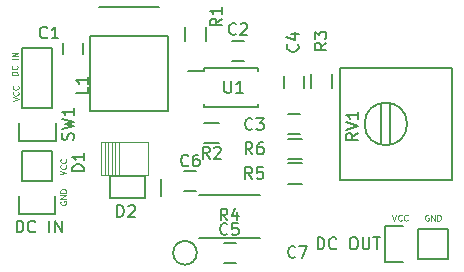
<source format=gto>
G04 #@! TF.FileFunction,Legend,Top*
%FSLAX46Y46*%
G04 Gerber Fmt 4.6, Leading zero omitted, Abs format (unit mm)*
G04 Created by KiCad (PCBNEW 4.0.1-stable) date Tisdag 22 Mars 2016 22:05:33*
%MOMM*%
G01*
G04 APERTURE LIST*
%ADD10C,0.100000*%
%ADD11C,0.150000*%
%ADD12C,0.001000*%
G04 APERTURE END LIST*
D10*
X195519047Y-123700000D02*
X195471428Y-123676190D01*
X195400000Y-123676190D01*
X195328571Y-123700000D01*
X195280952Y-123747619D01*
X195257143Y-123795238D01*
X195233333Y-123890476D01*
X195233333Y-123961905D01*
X195257143Y-124057143D01*
X195280952Y-124104762D01*
X195328571Y-124152381D01*
X195400000Y-124176190D01*
X195447619Y-124176190D01*
X195519047Y-124152381D01*
X195542857Y-124128571D01*
X195542857Y-123961905D01*
X195447619Y-123961905D01*
X195757143Y-124176190D02*
X195757143Y-123676190D01*
X196042857Y-124176190D01*
X196042857Y-123676190D01*
X196280953Y-124176190D02*
X196280953Y-123676190D01*
X196400000Y-123676190D01*
X196471429Y-123700000D01*
X196519048Y-123747619D01*
X196542857Y-123795238D01*
X196566667Y-123890476D01*
X196566667Y-123961905D01*
X196542857Y-124057143D01*
X196519048Y-124104762D01*
X196471429Y-124152381D01*
X196400000Y-124176190D01*
X196280953Y-124176190D01*
X192458334Y-123676190D02*
X192625001Y-124176190D01*
X192791667Y-123676190D01*
X193244048Y-124128571D02*
X193220238Y-124152381D01*
X193148810Y-124176190D01*
X193101191Y-124176190D01*
X193029762Y-124152381D01*
X192982143Y-124104762D01*
X192958334Y-124057143D01*
X192934524Y-123961905D01*
X192934524Y-123890476D01*
X192958334Y-123795238D01*
X192982143Y-123747619D01*
X193029762Y-123700000D01*
X193101191Y-123676190D01*
X193148810Y-123676190D01*
X193220238Y-123700000D01*
X193244048Y-123723810D01*
X193744048Y-124128571D02*
X193720238Y-124152381D01*
X193648810Y-124176190D01*
X193601191Y-124176190D01*
X193529762Y-124152381D01*
X193482143Y-124104762D01*
X193458334Y-124057143D01*
X193434524Y-123961905D01*
X193434524Y-123890476D01*
X193458334Y-123795238D01*
X193482143Y-123747619D01*
X193529762Y-123700000D01*
X193601191Y-123676190D01*
X193648810Y-123676190D01*
X193720238Y-123700000D01*
X193744048Y-123723810D01*
X164375000Y-122555953D02*
X164351190Y-122603572D01*
X164351190Y-122675000D01*
X164375000Y-122746429D01*
X164422619Y-122794048D01*
X164470238Y-122817857D01*
X164565476Y-122841667D01*
X164636905Y-122841667D01*
X164732143Y-122817857D01*
X164779762Y-122794048D01*
X164827381Y-122746429D01*
X164851190Y-122675000D01*
X164851190Y-122627381D01*
X164827381Y-122555953D01*
X164803571Y-122532143D01*
X164636905Y-122532143D01*
X164636905Y-122627381D01*
X164851190Y-122317857D02*
X164351190Y-122317857D01*
X164851190Y-122032143D01*
X164351190Y-122032143D01*
X164851190Y-121794047D02*
X164351190Y-121794047D01*
X164351190Y-121675000D01*
X164375000Y-121603571D01*
X164422619Y-121555952D01*
X164470238Y-121532143D01*
X164565476Y-121508333D01*
X164636905Y-121508333D01*
X164732143Y-121532143D01*
X164779762Y-121555952D01*
X164827381Y-121603571D01*
X164851190Y-121675000D01*
X164851190Y-121794047D01*
X164351190Y-120266666D02*
X164851190Y-120099999D01*
X164351190Y-119933333D01*
X164803571Y-119480952D02*
X164827381Y-119504762D01*
X164851190Y-119576190D01*
X164851190Y-119623809D01*
X164827381Y-119695238D01*
X164779762Y-119742857D01*
X164732143Y-119766666D01*
X164636905Y-119790476D01*
X164565476Y-119790476D01*
X164470238Y-119766666D01*
X164422619Y-119742857D01*
X164375000Y-119695238D01*
X164351190Y-119623809D01*
X164351190Y-119576190D01*
X164375000Y-119504762D01*
X164398810Y-119480952D01*
X164803571Y-118980952D02*
X164827381Y-119004762D01*
X164851190Y-119076190D01*
X164851190Y-119123809D01*
X164827381Y-119195238D01*
X164779762Y-119242857D01*
X164732143Y-119266666D01*
X164636905Y-119290476D01*
X164565476Y-119290476D01*
X164470238Y-119266666D01*
X164422619Y-119242857D01*
X164375000Y-119195238D01*
X164351190Y-119123809D01*
X164351190Y-119076190D01*
X164375000Y-119004762D01*
X164398810Y-118980952D01*
X160726190Y-111852380D02*
X160226190Y-111852380D01*
X160226190Y-111733333D01*
X160250000Y-111661904D01*
X160297619Y-111614285D01*
X160345238Y-111590476D01*
X160440476Y-111566666D01*
X160511905Y-111566666D01*
X160607143Y-111590476D01*
X160654762Y-111614285D01*
X160702381Y-111661904D01*
X160726190Y-111733333D01*
X160726190Y-111852380D01*
X160678571Y-111066666D02*
X160702381Y-111090476D01*
X160726190Y-111161904D01*
X160726190Y-111209523D01*
X160702381Y-111280952D01*
X160654762Y-111328571D01*
X160607143Y-111352380D01*
X160511905Y-111376190D01*
X160440476Y-111376190D01*
X160345238Y-111352380D01*
X160297619Y-111328571D01*
X160250000Y-111280952D01*
X160226190Y-111209523D01*
X160226190Y-111161904D01*
X160250000Y-111090476D01*
X160273810Y-111066666D01*
X160726190Y-110471428D02*
X160226190Y-110471428D01*
X160726190Y-110233333D02*
X160226190Y-110233333D01*
X160726190Y-109947619D01*
X160226190Y-109947619D01*
X160326190Y-114066666D02*
X160826190Y-113899999D01*
X160326190Y-113733333D01*
X160778571Y-113280952D02*
X160802381Y-113304762D01*
X160826190Y-113376190D01*
X160826190Y-113423809D01*
X160802381Y-113495238D01*
X160754762Y-113542857D01*
X160707143Y-113566666D01*
X160611905Y-113590476D01*
X160540476Y-113590476D01*
X160445238Y-113566666D01*
X160397619Y-113542857D01*
X160350000Y-113495238D01*
X160326190Y-113423809D01*
X160326190Y-113376190D01*
X160350000Y-113304762D01*
X160373810Y-113280952D01*
X160778571Y-112780952D02*
X160802381Y-112804762D01*
X160826190Y-112876190D01*
X160826190Y-112923809D01*
X160802381Y-112995238D01*
X160754762Y-113042857D01*
X160707143Y-113066666D01*
X160611905Y-113090476D01*
X160540476Y-113090476D01*
X160445238Y-113066666D01*
X160397619Y-113042857D01*
X160350000Y-112995238D01*
X160326190Y-112923809D01*
X160326190Y-112876190D01*
X160350000Y-112804762D01*
X160373810Y-112780952D01*
D11*
X164550000Y-109100000D02*
X164550000Y-110100000D01*
X166250000Y-110100000D02*
X166250000Y-109100000D01*
X179900000Y-108950000D02*
X178900000Y-108950000D01*
X178900000Y-110650000D02*
X179900000Y-110650000D01*
X184625000Y-115175000D02*
X183625000Y-115175000D01*
X183625000Y-116875000D02*
X184625000Y-116875000D01*
X184975000Y-112925000D02*
X184975000Y-111925000D01*
X183275000Y-111925000D02*
X183275000Y-112925000D01*
X178225000Y-127750000D02*
X179225000Y-127750000D01*
X179225000Y-126050000D02*
X178225000Y-126050000D01*
X175850000Y-119975000D02*
X174850000Y-119975000D01*
X174850000Y-121675000D02*
X175850000Y-121675000D01*
D12*
X169299620Y-120299540D02*
X169299620Y-117500460D01*
X168999900Y-120299540D02*
X168999900Y-117500460D01*
X168100740Y-120299540D02*
X168100740Y-117500460D01*
X168400460Y-117500460D02*
X168400460Y-120299540D01*
X168700180Y-120299540D02*
X168700180Y-117500460D01*
X167801020Y-117500460D02*
X171798980Y-117500460D01*
X171798980Y-117500460D02*
X171798980Y-120299540D01*
X171798980Y-120299540D02*
X167801020Y-120299540D01*
X167801020Y-120299540D02*
X167801020Y-117500460D01*
D11*
X172900000Y-120640000D02*
X172900000Y-122130000D01*
X168550000Y-120400000D02*
X168550000Y-122300000D01*
X168550000Y-122300000D02*
X171500000Y-122300000D01*
X171500000Y-122300000D02*
X171500000Y-120400000D01*
X171500000Y-120400000D02*
X168550000Y-120400000D01*
X167640000Y-106120000D02*
X172740000Y-106120000D01*
X166900000Y-114900000D02*
X166900000Y-108540000D01*
X166900000Y-108540000D02*
X173460000Y-108540000D01*
X173460000Y-108540000D02*
X173460000Y-114900000D01*
X173460000Y-114900000D02*
X166900000Y-114900000D01*
X174925000Y-109000000D02*
X174925000Y-107800000D01*
X176675000Y-107800000D02*
X176675000Y-109000000D01*
X177750000Y-117625000D02*
X176550000Y-117625000D01*
X176550000Y-115875000D02*
X177750000Y-115875000D01*
X185575000Y-112950000D02*
X185575000Y-111750000D01*
X187325000Y-111750000D02*
X187325000Y-112950000D01*
X176050000Y-122000000D02*
X181250000Y-122000000D01*
X181250000Y-125650000D02*
X176050000Y-125650000D01*
X183625000Y-119300000D02*
X184825000Y-119300000D01*
X184825000Y-121050000D02*
X183625000Y-121050000D01*
X184825000Y-118975000D02*
X183625000Y-118975000D01*
X183625000Y-117225000D02*
X184825000Y-117225000D01*
X163670000Y-114630000D02*
X163670000Y-109550000D01*
X163670000Y-109550000D02*
X161130000Y-109550000D01*
X161130000Y-109550000D02*
X161130000Y-114630000D01*
X160850000Y-117450000D02*
X160850000Y-115900000D01*
X161130000Y-114630000D02*
X163670000Y-114630000D01*
X163950000Y-115900000D02*
X163950000Y-117450000D01*
X163950000Y-117450000D02*
X160850000Y-117450000D01*
X176475000Y-111275000D02*
X176475000Y-111475000D01*
X181125000Y-111275000D02*
X181125000Y-111475000D01*
X181125000Y-114525000D02*
X181125000Y-114325000D01*
X176475000Y-114525000D02*
X176475000Y-114325000D01*
X176475000Y-111275000D02*
X181125000Y-111275000D01*
X176475000Y-114525000D02*
X181125000Y-114525000D01*
X176475000Y-111475000D02*
X175125000Y-111475000D01*
X191520000Y-117685000D02*
X191520000Y-114285000D01*
X192280000Y-117685000D02*
X192280000Y-114285000D01*
X188010000Y-120750000D02*
X188010000Y-111220000D01*
X188010000Y-111220000D02*
X197540000Y-111220000D01*
X197540000Y-111220000D02*
X197540000Y-120750000D01*
X197540000Y-120750000D02*
X188010000Y-120750000D01*
X193701735Y-115985000D02*
G75*
G03X193701735Y-115985000I-1801735J0D01*
G01*
X175900000Y-126900000D02*
G75*
G03X175900000Y-126900000I-1000000J0D01*
G01*
X161105000Y-120780000D02*
X161105000Y-118240000D01*
X160825000Y-123600000D02*
X160825000Y-122050000D01*
X161105000Y-120780000D02*
X163645000Y-120780000D01*
X163925000Y-122050000D02*
X163925000Y-123600000D01*
X163925000Y-123600000D02*
X160825000Y-123600000D01*
X163645000Y-120780000D02*
X163645000Y-118240000D01*
X163645000Y-118240000D02*
X161105000Y-118240000D01*
X194670000Y-124880000D02*
X197210000Y-124880000D01*
X191850000Y-124600000D02*
X193400000Y-124600000D01*
X194670000Y-124880000D02*
X194670000Y-127420000D01*
X193400000Y-127700000D02*
X191850000Y-127700000D01*
X191850000Y-127700000D02*
X191850000Y-124600000D01*
X194670000Y-127420000D02*
X197210000Y-127420000D01*
X197210000Y-127420000D02*
X197210000Y-124880000D01*
X163233334Y-108657143D02*
X163185715Y-108704762D01*
X163042858Y-108752381D01*
X162947620Y-108752381D01*
X162804762Y-108704762D01*
X162709524Y-108609524D01*
X162661905Y-108514286D01*
X162614286Y-108323810D01*
X162614286Y-108180952D01*
X162661905Y-107990476D01*
X162709524Y-107895238D01*
X162804762Y-107800000D01*
X162947620Y-107752381D01*
X163042858Y-107752381D01*
X163185715Y-107800000D01*
X163233334Y-107847619D01*
X164185715Y-108752381D02*
X163614286Y-108752381D01*
X163900000Y-108752381D02*
X163900000Y-107752381D01*
X163804762Y-107895238D01*
X163709524Y-107990476D01*
X163614286Y-108038095D01*
X179233334Y-108357143D02*
X179185715Y-108404762D01*
X179042858Y-108452381D01*
X178947620Y-108452381D01*
X178804762Y-108404762D01*
X178709524Y-108309524D01*
X178661905Y-108214286D01*
X178614286Y-108023810D01*
X178614286Y-107880952D01*
X178661905Y-107690476D01*
X178709524Y-107595238D01*
X178804762Y-107500000D01*
X178947620Y-107452381D01*
X179042858Y-107452381D01*
X179185715Y-107500000D01*
X179233334Y-107547619D01*
X179614286Y-107547619D02*
X179661905Y-107500000D01*
X179757143Y-107452381D01*
X179995239Y-107452381D01*
X180090477Y-107500000D01*
X180138096Y-107547619D01*
X180185715Y-107642857D01*
X180185715Y-107738095D01*
X180138096Y-107880952D01*
X179566667Y-108452381D01*
X180185715Y-108452381D01*
X180608334Y-116407143D02*
X180560715Y-116454762D01*
X180417858Y-116502381D01*
X180322620Y-116502381D01*
X180179762Y-116454762D01*
X180084524Y-116359524D01*
X180036905Y-116264286D01*
X179989286Y-116073810D01*
X179989286Y-115930952D01*
X180036905Y-115740476D01*
X180084524Y-115645238D01*
X180179762Y-115550000D01*
X180322620Y-115502381D01*
X180417858Y-115502381D01*
X180560715Y-115550000D01*
X180608334Y-115597619D01*
X180941667Y-115502381D02*
X181560715Y-115502381D01*
X181227381Y-115883333D01*
X181370239Y-115883333D01*
X181465477Y-115930952D01*
X181513096Y-115978571D01*
X181560715Y-116073810D01*
X181560715Y-116311905D01*
X181513096Y-116407143D01*
X181465477Y-116454762D01*
X181370239Y-116502381D01*
X181084524Y-116502381D01*
X180989286Y-116454762D01*
X180941667Y-116407143D01*
X184432143Y-109241666D02*
X184479762Y-109289285D01*
X184527381Y-109432142D01*
X184527381Y-109527380D01*
X184479762Y-109670238D01*
X184384524Y-109765476D01*
X184289286Y-109813095D01*
X184098810Y-109860714D01*
X183955952Y-109860714D01*
X183765476Y-109813095D01*
X183670238Y-109765476D01*
X183575000Y-109670238D01*
X183527381Y-109527380D01*
X183527381Y-109432142D01*
X183575000Y-109289285D01*
X183622619Y-109241666D01*
X183860714Y-108384523D02*
X184527381Y-108384523D01*
X183479762Y-108622619D02*
X184194048Y-108860714D01*
X184194048Y-108241666D01*
X178483334Y-125282143D02*
X178435715Y-125329762D01*
X178292858Y-125377381D01*
X178197620Y-125377381D01*
X178054762Y-125329762D01*
X177959524Y-125234524D01*
X177911905Y-125139286D01*
X177864286Y-124948810D01*
X177864286Y-124805952D01*
X177911905Y-124615476D01*
X177959524Y-124520238D01*
X178054762Y-124425000D01*
X178197620Y-124377381D01*
X178292858Y-124377381D01*
X178435715Y-124425000D01*
X178483334Y-124472619D01*
X179388096Y-124377381D02*
X178911905Y-124377381D01*
X178864286Y-124853571D01*
X178911905Y-124805952D01*
X179007143Y-124758333D01*
X179245239Y-124758333D01*
X179340477Y-124805952D01*
X179388096Y-124853571D01*
X179435715Y-124948810D01*
X179435715Y-125186905D01*
X179388096Y-125282143D01*
X179340477Y-125329762D01*
X179245239Y-125377381D01*
X179007143Y-125377381D01*
X178911905Y-125329762D01*
X178864286Y-125282143D01*
X175183334Y-119482143D02*
X175135715Y-119529762D01*
X174992858Y-119577381D01*
X174897620Y-119577381D01*
X174754762Y-119529762D01*
X174659524Y-119434524D01*
X174611905Y-119339286D01*
X174564286Y-119148810D01*
X174564286Y-119005952D01*
X174611905Y-118815476D01*
X174659524Y-118720238D01*
X174754762Y-118625000D01*
X174897620Y-118577381D01*
X174992858Y-118577381D01*
X175135715Y-118625000D01*
X175183334Y-118672619D01*
X176040477Y-118577381D02*
X175850000Y-118577381D01*
X175754762Y-118625000D01*
X175707143Y-118672619D01*
X175611905Y-118815476D01*
X175564286Y-119005952D01*
X175564286Y-119386905D01*
X175611905Y-119482143D01*
X175659524Y-119529762D01*
X175754762Y-119577381D01*
X175945239Y-119577381D01*
X176040477Y-119529762D01*
X176088096Y-119482143D01*
X176135715Y-119386905D01*
X176135715Y-119148810D01*
X176088096Y-119053571D01*
X176040477Y-119005952D01*
X175945239Y-118958333D01*
X175754762Y-118958333D01*
X175659524Y-119005952D01*
X175611905Y-119053571D01*
X175564286Y-119148810D01*
X166352381Y-119988095D02*
X165352381Y-119988095D01*
X165352381Y-119750000D01*
X165400000Y-119607142D01*
X165495238Y-119511904D01*
X165590476Y-119464285D01*
X165780952Y-119416666D01*
X165923810Y-119416666D01*
X166114286Y-119464285D01*
X166209524Y-119511904D01*
X166304762Y-119607142D01*
X166352381Y-119750000D01*
X166352381Y-119988095D01*
X166352381Y-118464285D02*
X166352381Y-119035714D01*
X166352381Y-118750000D02*
X165352381Y-118750000D01*
X165495238Y-118845238D01*
X165590476Y-118940476D01*
X165638095Y-119035714D01*
X169161905Y-123852381D02*
X169161905Y-122852381D01*
X169400000Y-122852381D01*
X169542858Y-122900000D01*
X169638096Y-122995238D01*
X169685715Y-123090476D01*
X169733334Y-123280952D01*
X169733334Y-123423810D01*
X169685715Y-123614286D01*
X169638096Y-123709524D01*
X169542858Y-123804762D01*
X169400000Y-123852381D01*
X169161905Y-123852381D01*
X170114286Y-122947619D02*
X170161905Y-122900000D01*
X170257143Y-122852381D01*
X170495239Y-122852381D01*
X170590477Y-122900000D01*
X170638096Y-122947619D01*
X170685715Y-123042857D01*
X170685715Y-123138095D01*
X170638096Y-123280952D01*
X170066667Y-123852381D01*
X170685715Y-123852381D01*
X166652381Y-112866666D02*
X166652381Y-113342857D01*
X165652381Y-113342857D01*
X166652381Y-112009523D02*
X166652381Y-112580952D01*
X166652381Y-112295238D02*
X165652381Y-112295238D01*
X165795238Y-112390476D01*
X165890476Y-112485714D01*
X165938095Y-112580952D01*
X178027381Y-107066666D02*
X177551190Y-107400000D01*
X178027381Y-107638095D02*
X177027381Y-107638095D01*
X177027381Y-107257142D01*
X177075000Y-107161904D01*
X177122619Y-107114285D01*
X177217857Y-107066666D01*
X177360714Y-107066666D01*
X177455952Y-107114285D01*
X177503571Y-107161904D01*
X177551190Y-107257142D01*
X177551190Y-107638095D01*
X178027381Y-106114285D02*
X178027381Y-106685714D01*
X178027381Y-106400000D02*
X177027381Y-106400000D01*
X177170238Y-106495238D01*
X177265476Y-106590476D01*
X177313095Y-106685714D01*
X176983334Y-118927381D02*
X176650000Y-118451190D01*
X176411905Y-118927381D02*
X176411905Y-117927381D01*
X176792858Y-117927381D01*
X176888096Y-117975000D01*
X176935715Y-118022619D01*
X176983334Y-118117857D01*
X176983334Y-118260714D01*
X176935715Y-118355952D01*
X176888096Y-118403571D01*
X176792858Y-118451190D01*
X176411905Y-118451190D01*
X177364286Y-118022619D02*
X177411905Y-117975000D01*
X177507143Y-117927381D01*
X177745239Y-117927381D01*
X177840477Y-117975000D01*
X177888096Y-118022619D01*
X177935715Y-118117857D01*
X177935715Y-118213095D01*
X177888096Y-118355952D01*
X177316667Y-118927381D01*
X177935715Y-118927381D01*
X186877381Y-109116666D02*
X186401190Y-109450000D01*
X186877381Y-109688095D02*
X185877381Y-109688095D01*
X185877381Y-109307142D01*
X185925000Y-109211904D01*
X185972619Y-109164285D01*
X186067857Y-109116666D01*
X186210714Y-109116666D01*
X186305952Y-109164285D01*
X186353571Y-109211904D01*
X186401190Y-109307142D01*
X186401190Y-109688095D01*
X185877381Y-108783333D02*
X185877381Y-108164285D01*
X186258333Y-108497619D01*
X186258333Y-108354761D01*
X186305952Y-108259523D01*
X186353571Y-108211904D01*
X186448810Y-108164285D01*
X186686905Y-108164285D01*
X186782143Y-108211904D01*
X186829762Y-108259523D01*
X186877381Y-108354761D01*
X186877381Y-108640476D01*
X186829762Y-108735714D01*
X186782143Y-108783333D01*
X178483334Y-124152381D02*
X178150000Y-123676190D01*
X177911905Y-124152381D02*
X177911905Y-123152381D01*
X178292858Y-123152381D01*
X178388096Y-123200000D01*
X178435715Y-123247619D01*
X178483334Y-123342857D01*
X178483334Y-123485714D01*
X178435715Y-123580952D01*
X178388096Y-123628571D01*
X178292858Y-123676190D01*
X177911905Y-123676190D01*
X179340477Y-123485714D02*
X179340477Y-124152381D01*
X179102381Y-123104762D02*
X178864286Y-123819048D01*
X179483334Y-123819048D01*
X180583334Y-120652381D02*
X180250000Y-120176190D01*
X180011905Y-120652381D02*
X180011905Y-119652381D01*
X180392858Y-119652381D01*
X180488096Y-119700000D01*
X180535715Y-119747619D01*
X180583334Y-119842857D01*
X180583334Y-119985714D01*
X180535715Y-120080952D01*
X180488096Y-120128571D01*
X180392858Y-120176190D01*
X180011905Y-120176190D01*
X181488096Y-119652381D02*
X181011905Y-119652381D01*
X180964286Y-120128571D01*
X181011905Y-120080952D01*
X181107143Y-120033333D01*
X181345239Y-120033333D01*
X181440477Y-120080952D01*
X181488096Y-120128571D01*
X181535715Y-120223810D01*
X181535715Y-120461905D01*
X181488096Y-120557143D01*
X181440477Y-120604762D01*
X181345239Y-120652381D01*
X181107143Y-120652381D01*
X181011905Y-120604762D01*
X180964286Y-120557143D01*
X180608334Y-118552381D02*
X180275000Y-118076190D01*
X180036905Y-118552381D02*
X180036905Y-117552381D01*
X180417858Y-117552381D01*
X180513096Y-117600000D01*
X180560715Y-117647619D01*
X180608334Y-117742857D01*
X180608334Y-117885714D01*
X180560715Y-117980952D01*
X180513096Y-118028571D01*
X180417858Y-118076190D01*
X180036905Y-118076190D01*
X181465477Y-117552381D02*
X181275000Y-117552381D01*
X181179762Y-117600000D01*
X181132143Y-117647619D01*
X181036905Y-117790476D01*
X180989286Y-117980952D01*
X180989286Y-118361905D01*
X181036905Y-118457143D01*
X181084524Y-118504762D01*
X181179762Y-118552381D01*
X181370239Y-118552381D01*
X181465477Y-118504762D01*
X181513096Y-118457143D01*
X181560715Y-118361905D01*
X181560715Y-118123810D01*
X181513096Y-118028571D01*
X181465477Y-117980952D01*
X181370239Y-117933333D01*
X181179762Y-117933333D01*
X181084524Y-117980952D01*
X181036905Y-118028571D01*
X180989286Y-118123810D01*
X165429762Y-117333333D02*
X165477381Y-117190476D01*
X165477381Y-116952380D01*
X165429762Y-116857142D01*
X165382143Y-116809523D01*
X165286905Y-116761904D01*
X165191667Y-116761904D01*
X165096429Y-116809523D01*
X165048810Y-116857142D01*
X165001190Y-116952380D01*
X164953571Y-117142857D01*
X164905952Y-117238095D01*
X164858333Y-117285714D01*
X164763095Y-117333333D01*
X164667857Y-117333333D01*
X164572619Y-117285714D01*
X164525000Y-117238095D01*
X164477381Y-117142857D01*
X164477381Y-116904761D01*
X164525000Y-116761904D01*
X164477381Y-116428571D02*
X165477381Y-116190476D01*
X164763095Y-115999999D01*
X165477381Y-115809523D01*
X164477381Y-115571428D01*
X165477381Y-114666666D02*
X165477381Y-115238095D01*
X165477381Y-114952381D02*
X164477381Y-114952381D01*
X164620238Y-115047619D01*
X164715476Y-115142857D01*
X164763095Y-115238095D01*
X178238095Y-112352381D02*
X178238095Y-113161905D01*
X178285714Y-113257143D01*
X178333333Y-113304762D01*
X178428571Y-113352381D01*
X178619048Y-113352381D01*
X178714286Y-113304762D01*
X178761905Y-113257143D01*
X178809524Y-113161905D01*
X178809524Y-112352381D01*
X179809524Y-113352381D02*
X179238095Y-113352381D01*
X179523809Y-113352381D02*
X179523809Y-112352381D01*
X179428571Y-112495238D01*
X179333333Y-112590476D01*
X179238095Y-112638095D01*
X189552381Y-116770238D02*
X189076190Y-117103572D01*
X189552381Y-117341667D02*
X188552381Y-117341667D01*
X188552381Y-116960714D01*
X188600000Y-116865476D01*
X188647619Y-116817857D01*
X188742857Y-116770238D01*
X188885714Y-116770238D01*
X188980952Y-116817857D01*
X189028571Y-116865476D01*
X189076190Y-116960714D01*
X189076190Y-117341667D01*
X188552381Y-116484524D02*
X189552381Y-116151191D01*
X188552381Y-115817857D01*
X189552381Y-114960714D02*
X189552381Y-115532143D01*
X189552381Y-115246429D02*
X188552381Y-115246429D01*
X188695238Y-115341667D01*
X188790476Y-115436905D01*
X188838095Y-115532143D01*
X184258334Y-127232143D02*
X184210715Y-127279762D01*
X184067858Y-127327381D01*
X183972620Y-127327381D01*
X183829762Y-127279762D01*
X183734524Y-127184524D01*
X183686905Y-127089286D01*
X183639286Y-126898810D01*
X183639286Y-126755952D01*
X183686905Y-126565476D01*
X183734524Y-126470238D01*
X183829762Y-126375000D01*
X183972620Y-126327381D01*
X184067858Y-126327381D01*
X184210715Y-126375000D01*
X184258334Y-126422619D01*
X184591667Y-126327381D02*
X185258334Y-126327381D01*
X184829762Y-127327381D01*
X160645238Y-125177381D02*
X160645238Y-124177381D01*
X160883333Y-124177381D01*
X161026191Y-124225000D01*
X161121429Y-124320238D01*
X161169048Y-124415476D01*
X161216667Y-124605952D01*
X161216667Y-124748810D01*
X161169048Y-124939286D01*
X161121429Y-125034524D01*
X161026191Y-125129762D01*
X160883333Y-125177381D01*
X160645238Y-125177381D01*
X162216667Y-125082143D02*
X162169048Y-125129762D01*
X162026191Y-125177381D01*
X161930953Y-125177381D01*
X161788095Y-125129762D01*
X161692857Y-125034524D01*
X161645238Y-124939286D01*
X161597619Y-124748810D01*
X161597619Y-124605952D01*
X161645238Y-124415476D01*
X161692857Y-124320238D01*
X161788095Y-124225000D01*
X161930953Y-124177381D01*
X162026191Y-124177381D01*
X162169048Y-124225000D01*
X162216667Y-124272619D01*
X163407143Y-125177381D02*
X163407143Y-124177381D01*
X163883333Y-125177381D02*
X163883333Y-124177381D01*
X164454762Y-125177381D01*
X164454762Y-124177381D01*
X186128571Y-126602381D02*
X186128571Y-125602381D01*
X186366666Y-125602381D01*
X186509524Y-125650000D01*
X186604762Y-125745238D01*
X186652381Y-125840476D01*
X186700000Y-126030952D01*
X186700000Y-126173810D01*
X186652381Y-126364286D01*
X186604762Y-126459524D01*
X186509524Y-126554762D01*
X186366666Y-126602381D01*
X186128571Y-126602381D01*
X187700000Y-126507143D02*
X187652381Y-126554762D01*
X187509524Y-126602381D01*
X187414286Y-126602381D01*
X187271428Y-126554762D01*
X187176190Y-126459524D01*
X187128571Y-126364286D01*
X187080952Y-126173810D01*
X187080952Y-126030952D01*
X187128571Y-125840476D01*
X187176190Y-125745238D01*
X187271428Y-125650000D01*
X187414286Y-125602381D01*
X187509524Y-125602381D01*
X187652381Y-125650000D01*
X187700000Y-125697619D01*
X189080952Y-125602381D02*
X189271429Y-125602381D01*
X189366667Y-125650000D01*
X189461905Y-125745238D01*
X189509524Y-125935714D01*
X189509524Y-126269048D01*
X189461905Y-126459524D01*
X189366667Y-126554762D01*
X189271429Y-126602381D01*
X189080952Y-126602381D01*
X188985714Y-126554762D01*
X188890476Y-126459524D01*
X188842857Y-126269048D01*
X188842857Y-125935714D01*
X188890476Y-125745238D01*
X188985714Y-125650000D01*
X189080952Y-125602381D01*
X189938095Y-125602381D02*
X189938095Y-126411905D01*
X189985714Y-126507143D01*
X190033333Y-126554762D01*
X190128571Y-126602381D01*
X190319048Y-126602381D01*
X190414286Y-126554762D01*
X190461905Y-126507143D01*
X190509524Y-126411905D01*
X190509524Y-125602381D01*
X190842857Y-125602381D02*
X191414286Y-125602381D01*
X191128571Y-126602381D02*
X191128571Y-125602381D01*
M02*

</source>
